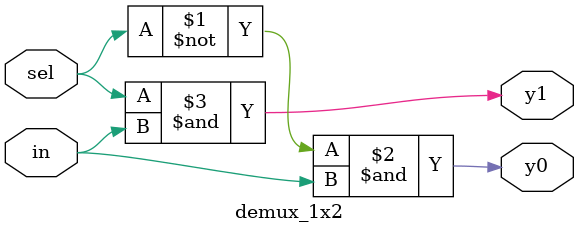
<source format=v>
module demux_1x2(in,sel,y0,y1);
input in,sel;
output y0,y1;

assign y0= ((~sel)&in);
assign y1= sel&in;

endmodule

</source>
